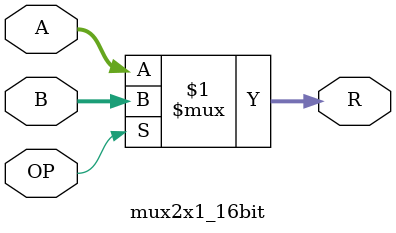
<source format=v>
`timescale 1ns / 1ps
module mux2x1_16bit(A, B, OP, R);
    input [15:0] A;
    input [15:0] B;
    input OP;
    output [15:0] R;

	 assign R = OP ? B:A;
	 
endmodule

</source>
